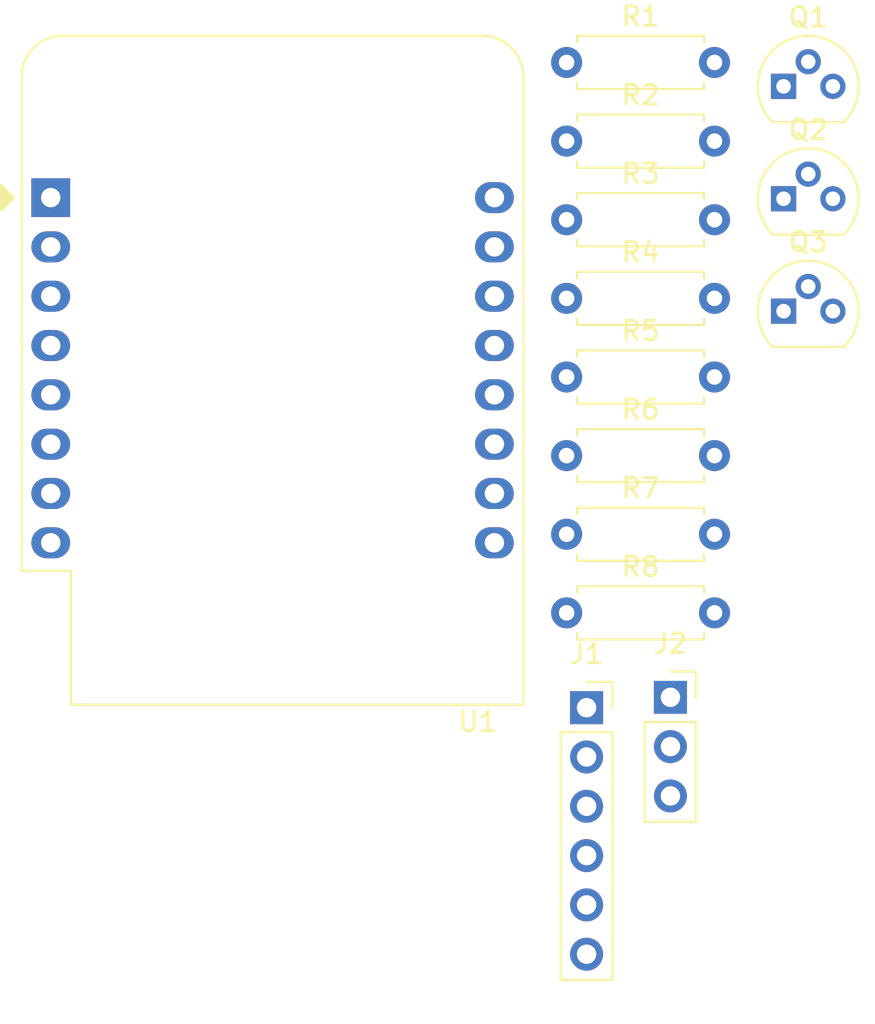
<source format=kicad_pcb>
(kicad_pcb (version 20221018) (generator pcbnew)
  (layers (0 "F.Cu" signal) (31 "B.Cu" signal) (34 "B.Paste" user) (35 "F.Paste" user) (36 "B.SilkS" user "B.Silkscreen") (37 "F.SilkS" user "F.Silkscreen") (38 "B.Mask" user) (39 "F.Mask" user) (44 "Edge.Cuts" user))
  (net 0 "")
  (net 1 "GND")
  (net 2 "VCC")
  (net 3 "MISO")
  (net 4 "MOSI")
  (net 5 "SCK")
  (net 6 "{slash}CS")
  (net 7 "Z80_RST")
  (net 8 "Z80_USR")
  (net 9 "Net-(Q1-E)")
  (net 10 "Net-(Q1-B)")
  (net 11 "Net-(Q2-B)")
  (net 12 "Net-(Q3-B)")
  (net 13 "/SS_EN")
  (net 14 "Net-(U1-MOSI{slash}D7)")
  (net 15 "Net-(U1-D3)")
  (net 16 "Net-(U1-D4)")
  (net 17 "Net-(U1-SCK{slash}D5)")
  (footprint "Connector_PinSocket_2.54mm:PinSocket_1x03_P2.54mm_Vertical" (layer "F.Cu") (at 72.926 60.96)
    (fp_text reference "J2" (at 0 -2.77) (layer "F.SilkS"))
    (fp_text value "Z80_MOD")
    (fp_line (start -1.33 1.27) (end -1.33 6.41) (stroke (width 0.12)) (layer "F.SilkS"))
    (fp_line (start -1.33 1.27) (end 1.33 1.27) (stroke (width 0.12)) (layer "F.SilkS"))
    (fp_line (start -1.33 6.41) (end 1.33 6.41) (stroke (width 0.12)) (layer "F.SilkS"))
    (fp_line (start 0 -1.33) (end 1.33 -1.33) (stroke (width 0.12)) (layer "F.SilkS"))
    (fp_line (start 1.33 -1.33) (end 1.33 0) (stroke (width 0.12)) (layer "F.SilkS"))
    (fp_line (start 1.33 1.27) (end 1.33 6.41) (stroke (width 0.12)) (layer "F.SilkS"))
    (pad "1" thru_hole rect (at 0 0) (size 1.7 1.7) (drill 1) (layers "*.Cu" "*.Mask") (net 7 "Z80_RST"))
    (pad "2" thru_hole oval (at 0 2.54) (size 1.7 1.7) (drill 1) (layers "*.Cu" "*.Mask") (net 1 "GND"))
    (pad "3" thru_hole oval (at 0 5.08) (size 1.7 1.7) (drill 1) (layers "*.Cu" "*.Mask") (net 8 "Z80_USR"))
  )
  (footprint "Package_TO_SOT_THT:TO-92" (layer "F.Cu") (at 78.756 29.49)
    (fp_text reference "Q1" (at 1.27 -3.56) (layer "F.SilkS"))
    (fp_text value "2N2907A")
    (fp_line (start -0.53 1.85) (end 3.07 1.85) (stroke (width 0.12)) (layer "F.SilkS"))
    (fp_arc (start -0.568478 1.838478) (mid -1.132087 -0.994977) (end 1.27 -2.6) (stroke (width 0.12)) (layer "F.SilkS"))
    (fp_arc (start 1.27 -2.6) (mid 3.672087 -0.994977) (end 3.108478 1.838478) (stroke (width 0.12)) (layer "F.SilkS"))
    (pad "1" thru_hole rect (at 0 0) (size 1.3 1.3) (drill 0.75) (layers "*.Cu" "*.Mask") (net 9 "Net-(Q1-E)"))
    (pad "2" thru_hole circle (at 1.27 -1.27) (size 1.3 1.3) (drill 0.75) (layers "*.Cu" "*.Mask") (net 10 "Net-(Q1-B)"))
    (pad "3" thru_hole circle (at 2.54 0) (size 1.3 1.3) (drill 0.75) (layers "*.Cu" "*.Mask") (net 1 "GND"))
  )
  (footprint "Package_TO_SOT_THT:TO-92" (layer "F.Cu") (at 78.756 35.28)
    (fp_text reference "Q2" (at 1.27 -3.56) (layer "F.SilkS"))
    (fp_text value "2N2222A")
    (fp_line (start -0.53 1.85) (end 3.07 1.85) (stroke (width 0.12)) (layer "F.SilkS"))
    (fp_arc (start -0.568478 1.838478) (mid -1.132087 -0.994977) (end 1.27 -2.6) (stroke (width 0.12)) (layer "F.SilkS"))
    (fp_arc (start 1.27 -2.6) (mid 3.672087 -0.994977) (end 3.108478 1.838478) (stroke (width 0.12)) (layer "F.SilkS"))
    (pad "1" thru_hole rect (at 0 0) (size 1.3 1.3) (drill 0.75) (layers "*.Cu" "*.Mask") (net 1 "GND"))
    (pad "2" thru_hole circle (at 1.27 -1.27) (size 1.3 1.3) (drill 0.75) (layers "*.Cu" "*.Mask") (net 11 "Net-(Q2-B)"))
    (pad "3" thru_hole circle (at 2.54 0) (size 1.3 1.3) (drill 0.75) (layers "*.Cu" "*.Mask") (net 7 "Z80_RST"))
  )
  (footprint "Module:WEMOS_D1_mini_light" (layer "F.Cu") (at 40.996 35.22)
    (fp_text reference "U1" (at 22 27) (layer "F.SilkS"))
    (fp_text value "WeMos_D1_mini")
    (fp_line (start -1.5 19.22) (end -1.5 -6.21) (stroke (width 0.12)) (layer "F.SilkS"))
    (fp_line (start -1.5 19.22) (end 1.04 19.22) (stroke (width 0.12)) (layer "F.SilkS"))
    (fp_line (start 1.04 19.22) (end 1.04 26.12) (stroke (width 0.12)) (layer "F.SilkS"))
    (fp_line (start 1.04 26.12) (end 24.36 26.12) (stroke (width 0.12)) (layer "F.SilkS"))
    (fp_line (start 22.24 -8.34) (end 0.63 -8.34) (stroke (width 0.12)) (layer "F.SilkS"))
    (fp_line (start 24.36 26.12) (end 24.36 -6.21) (stroke (width 0.12)) (layer "F.SilkS"))
    (fp_arc (start -1.5 -6.21) (mid -0.876137 -7.716137) (end 0.63 -8.34) (stroke (width 0.12)) (layer "F.SilkS"))
    (fp_arc (start 22.23 -8.34) (mid 23.736137 -7.716137) (end 24.36 -6.21) (stroke (width 0.12)) (layer "F.SilkS"))
    (fp_poly (pts (xy -2.54 -0.635) (xy -2.54 0.635) (xy -1.905 0)) (stroke (width 0.15)) (fill solid) (layer "F.SilkS"))
    (pad "1" thru_hole rect (at 0 0) (size 2 2) (drill 1) (layers "*.Cu" "*.Mask"))
    (pad "2" thru_hole oval (at 0 2.54) (size 2 1.6) (drill 1) (layers "*.Cu" "*.Mask"))
    (pad "3" thru_hole oval (at 0 5.08) (size 2 1.6) (drill 1) (layers "*.Cu" "*.Mask"))
    (pad "4" thru_hole oval (at 0 7.62) (size 2 1.6) (drill 1) (layers "*.Cu" "*.Mask") (net 17 "Net-(U1-SCK{slash}D5)"))
    (pad "5" thru_hole oval (at 0 10.16) (size 2 1.6) (drill 1) (layers "*.Cu" "*.Mask") (net 3 "MISO"))
    (pad "6" thru_hole oval (at 0 12.7) (size 2 1.6) (drill 1) (layers "*.Cu" "*.Mask") (net 14 "Net-(U1-MOSI{slash}D7)"))
    (pad "7" thru_hole oval (at 0 15.24) (size 2 1.6) (drill 1) (layers "*.Cu" "*.Mask"))
    (pad "8" thru_hole oval (at 0 17.78) (size 2 1.6) (drill 1) (layers "*.Cu" "*.Mask"))
    (pad "9" thru_hole oval (at 22.86 17.78) (size 2 1.6) (drill 1) (layers "*.Cu" "*.Mask") (net 2 "VCC"))
    (pad "10" thru_hole oval (at 22.86 15.24) (size 2 1.6) (drill 1) (layers "*.Cu" "*.Mask") (net 1 "GND"))
    (pad "11" thru_hole oval (at 22.86 12.7) (size 2 1.6) (drill 1) (layers "*.Cu" "*.Mask") (net 16 "Net-(U1-D4)"))
    (pad "12" thru_hole oval (at 22.86 10.16) (size 2 1.6) (drill 1) (layers "*.Cu" "*.Mask") (net 15 "Net-(U1-D3)"))
    (pad "13" thru_hole oval (at 22.86 7.62) (size 2 1.6) (drill 1) (layers "*.Cu" "*.Mask"))
    (pad "14" thru_hole oval (at 22.86 5.08) (size 2 1.6) (drill 1) (layers "*.Cu" "*.Mask") (net 13 "/SS_EN"))
    (pad "15" thru_hole oval (at 22.86 2.54) (size 2 1.6) (drill 1) (layers "*.Cu" "*.Mask"))
    (pad "16" thru_hole oval (at 22.86 0) (size 2 1.6) (drill 1) (layers "*.Cu" "*.Mask"))
  )
  (footprint "Resistor_THT:R_Axial_DIN0207_L6.3mm_D2.5mm_P7.62mm_Horizontal" (layer "F.Cu") (at 67.576 36.36)
    (fp_text reference "R3" (at 3.81 -2.37) (layer "F.SilkS"))
    (fp_text value "2k2")
    (fp_line (start 0.54 -1.37) (end 7.08 -1.37) (stroke (width 0.12)) (layer "F.SilkS"))
    (fp_line (start 0.54 -1.04) (end 0.54 -1.37) (stroke (width 0.12)) (layer "F.SilkS"))
    (fp_line (start 0.54 1.04) (end 0.54 1.37) (stroke (width 0.12)) (layer "F.SilkS"))
    (fp_line (start 0.54 1.37) (end 7.08 1.37) (stroke (width 0.12)) (layer "F.SilkS"))
    (fp_line (start 7.08 -1.37) (end 7.08 -1.04) (stroke (width 0.12)) (layer "F.SilkS"))
    (fp_line (start 7.08 1.37) (end 7.08 1.04) (stroke (width 0.12)) (layer "F.SilkS"))
    (pad "1" thru_hole circle (at 0 0) (size 1.6 1.6) (drill 0.8) (layers "*.Cu" "*.Mask") (net 4 "MOSI"))
    (pad "2" thru_hole oval (at 7.62 0) (size 1.6 1.6) (drill 0.8) (layers "*.Cu" "*.Mask") (net 14 "Net-(U1-MOSI{slash}D7)"))
  )
  (footprint "Resistor_THT:R_Axial_DIN0207_L6.3mm_D2.5mm_P7.62mm_Horizontal" (layer "F.Cu") (at 67.576 32.31)
    (fp_text reference "R2" (at 3.81 -2.37) (layer "F.SilkS"))
    (fp_text value "10k")
    (fp_line (start 0.54 -1.37) (end 7.08 -1.37) (stroke (width 0.12)) (layer "F.SilkS"))
    (fp_line (start 0.54 -1.04) (end 0.54 -1.37) (stroke (width 0.12)) (layer "F.SilkS"))
    (fp_line (start 0.54 1.04) (end 0.54 1.37) (stroke (width 0.12)) (layer "F.SilkS"))
    (fp_line (start 0.54 1.37) (end 7.08 1.37) (stroke (width 0.12)) (layer "F.SilkS"))
    (fp_line (start 7.08 -1.37) (end 7.08 -1.04) (stroke (width 0.12)) (layer "F.SilkS"))
    (fp_line (start 7.08 1.37) (end 7.08 1.04) (stroke (width 0.12)) (layer "F.SilkS"))
    (pad "1" thru_hole circle (at 0 0) (size 1.6 1.6) (drill 0.8) (layers "*.Cu" "*.Mask") (net 10 "Net-(Q1-B)"))
    (pad "2" thru_hole oval (at 7.62 0) (size 1.6 1.6) (drill 0.8) (layers "*.Cu" "*.Mask") (net 6 "{slash}CS"))
  )
  (footprint "Package_TO_SOT_THT:TO-92" (layer "F.Cu") (at 78.756 41.07)
    (fp_text reference "Q3" (at 1.27 -3.56) (layer "F.SilkS"))
    (fp_text value "2N2222A")
    (fp_line (start -0.53 1.85) (end 3.07 1.85) (stroke (width 0.12)) (layer "F.SilkS"))
    (fp_arc (start -0.568478 1.838478) (mid -1.132087 -0.994977) (end 1.27 -2.6) (stroke (width 0.12)) (layer "F.SilkS"))
    (fp_arc (start 1.27 -2.6) (mid 3.672087 -0.994977) (end 3.108478 1.838478) (stroke (width 0.12)) (layer "F.SilkS"))
    (pad "1" thru_hole rect (at 0 0) (size 1.3 1.3) (drill 0.75) (layers "*.Cu" "*.Mask") (net 1 "GND"))
    (pad "2" thru_hole circle (at 1.27 -1.27) (size 1.3 1.3) (drill 0.75) (layers "*.Cu" "*.Mask") (net 12 "Net-(Q3-B)"))
    (pad "3" thru_hole circle (at 2.54 0) (size 1.3 1.3) (drill 0.75) (layers "*.Cu" "*.Mask") (net 8 "Z80_USR"))
  )
  (footprint "Resistor_THT:R_Axial_DIN0207_L6.3mm_D2.5mm_P7.62mm_Horizontal" (layer "F.Cu") (at 67.576 28.26)
    (fp_text reference "R1" (at 3.81 -2.37) (layer "F.SilkS"))
    (fp_text value "1k")
    (fp_line (start 0.54 -1.37) (end 7.08 -1.37) (stroke (width 0.12)) (layer "F.SilkS"))
    (fp_line (start 0.54 -1.04) (end 0.54 -1.37) (stroke (width 0.12)) (layer "F.SilkS"))
    (fp_line (start 0.54 1.04) (end 0.54 1.37) (stroke (width 0.12)) (layer "F.SilkS"))
    (fp_line (start 0.54 1.37) (end 7.08 1.37) (stroke (width 0.12)) (layer "F.SilkS"))
    (fp_line (start 7.08 -1.37) (end 7.08 -1.04) (stroke (width 0.12)) (layer "F.SilkS"))
    (fp_line (start 7.08 1.37) (end 7.08 1.04) (stroke (width 0.12)) (layer "F.SilkS"))
    (pad "1" thru_hole circle (at 0 0) (size 1.6 1.6) (drill 0.8) (layers "*.Cu" "*.Mask") (net 13 "/SS_EN"))
    (pad "2" thru_hole oval (at 7.62 0) (size 1.6 1.6) (drill 0.8) (layers "*.Cu" "*.Mask") (net 9 "Net-(Q1-E)"))
  )
  (footprint "Resistor_THT:R_Axial_DIN0207_L6.3mm_D2.5mm_P7.62mm_Horizontal" (layer "F.Cu") (at 67.576 44.46)
    (fp_text reference "R5" (at 3.81 -2.37) (layer "F.SilkS"))
    (fp_text value "10k")
    (fp_line (start 0.54 -1.37) (end 7.08 -1.37) (stroke (width 0.12)) (layer "F.SilkS"))
    (fp_line (start 0.54 -1.04) (end 0.54 -1.37) (stroke (width 0.12)) (layer "F.SilkS"))
    (fp_line (start 0.54 1.04) (end 0.54 1.37) (stroke (width 0.12)) (layer "F.SilkS"))
    (fp_line (start 0.54 1.37) (end 7.08 1.37) (stroke (width 0.12)) (layer "F.SilkS"))
    (fp_line (start 7.08 -1.37) (end 7.08 -1.04) (stroke (width 0.12)) (layer "F.SilkS"))
    (fp_line (start 7.08 1.37) (end 7.08 1.04) (stroke (width 0.12)) (layer "F.SilkS"))
    (pad "1" thru_hole circle (at 0 0) (size 1.6 1.6) (drill 0.8) (layers "*.Cu" "*.Mask") (net 15 "Net-(U1-D3)"))
    (pad "2" thru_hole oval (at 7.62 0) (size 1.6 1.6) (drill 0.8) (layers "*.Cu" "*.Mask") (net 11 "Net-(Q2-B)"))
  )
  (footprint "Resistor_THT:R_Axial_DIN0207_L6.3mm_D2.5mm_P7.62mm_Horizontal" (layer "F.Cu") (at 67.576 56.61)
    (fp_text reference "R8" (at 3.81 -2.37) (layer "F.SilkS"))
    (fp_text value "3k3")
    (fp_line (start 0.54 -1.37) (end 7.08 -1.37) (stroke (width 0.12)) (layer "F.SilkS"))
    (fp_line (start 0.54 -1.04) (end 0.54 -1.37) (stroke (width 0.12)) (layer "F.SilkS"))
    (fp_line (start 0.54 1.04) (end 0.54 1.37) (stroke (width 0.12)) (layer "F.SilkS"))
    (fp_line (start 0.54 1.37) (end 7.08 1.37) (stroke (width 0.12)) (layer "F.SilkS"))
    (fp_line (start 7.08 -1.37) (end 7.08 -1.04) (stroke (width 0.12)) (layer "F.SilkS"))
    (fp_line (start 7.08 1.37) (end 7.08 1.04) (stroke (width 0.12)) (layer "F.SilkS"))
    (pad "1" thru_hole circle (at 0 0) (size 1.6 1.6) (drill 0.8) (layers "*.Cu" "*.Mask") (net 1 "GND"))
    (pad "2" thru_hole oval (at 7.62 0) (size 1.6 1.6) (drill 0.8) (layers "*.Cu" "*.Mask") (net 17 "Net-(U1-SCK{slash}D5)"))
  )
  (footprint "Resistor_THT:R_Axial_DIN0207_L6.3mm_D2.5mm_P7.62mm_Horizontal" (layer "F.Cu") (at 67.576 52.56)
    (fp_text reference "R7" (at 3.81 -2.37) (layer "F.SilkS"))
    (fp_text value "2k2")
    (fp_line (start 0.54 -1.37) (end 7.08 -1.37) (stroke (width 0.12)) (layer "F.SilkS"))
    (fp_line (start 0.54 -1.04) (end 0.54 -1.37) (stroke (width 0.12)) (layer "F.SilkS"))
    (fp_line (start 0.54 1.04) (end 0.54 1.37) (stroke (width 0.12)) (layer "F.SilkS"))
    (fp_line (start 0.54 1.37) (end 7.08 1.37) (stroke (width 0.12)) (layer "F.SilkS"))
    (fp_line (start 7.08 -1.37) (end 7.08 -1.04) (stroke (width 0.12)) (layer "F.SilkS"))
    (fp_line (start 7.08 1.37) (end 7.08 1.04) (stroke (width 0.12)) (layer "F.SilkS"))
    (pad "1" thru_hole circle (at 0 0) (size 1.6 1.6) (drill 0.8) (layers "*.Cu" "*.Mask") (net 17 "Net-(U1-SCK{slash}D5)"))
    (pad "2" thru_hole oval (at 7.62 0) (size 1.6 1.6) (drill 0.8) (layers "*.Cu" "*.Mask") (net 5 "SCK"))
  )
  (footprint "Connector_PinSocket_2.54mm:PinSocket_1x06_P2.54mm_Vertical" (layer "F.Cu") (at 68.605 61.493)
    (fp_text reference "J1" (at 0 -2.77) (layer "F.SilkS"))
    (fp_text value "SD_MOD")
    (fp_line (start -1.33 1.27) (end -1.33 14.03) (stroke (width 0.12)) (layer "F.SilkS"))
    (fp_line (start -1.33 1.27) (end 1.33 1.27) (stroke (width 0.12)) (layer "F.SilkS"))
    (fp_line (start -1.33 14.03) (end 1.33 14.03) (stroke (width 0.12)) (layer "F.SilkS"))
    (fp_line (start 0 -1.33) (end 1.33 -1.33) (stroke (width 0.12)) (layer "F.SilkS"))
    (fp_line (start 1.33 -1.33) (end 1.33 0) (stroke (width 0.12)) (layer "F.SilkS"))
    (fp_line (start 1.33 1.27) (end 1.33 14.03) (stroke (width 0.12)) (layer "F.SilkS"))
    (pad "1" thru_hole rect (at 0 0) (size 1.7 1.7) (drill 1) (layers "*.Cu" "*.Mask") (net 1 "GND"))
    (pad "2" thru_hole oval (at 0 2.54) (size 1.7 1.7) (drill 1) (layers "*.Cu" "*.Mask") (net 2 "VCC"))
    (pad "3" thru_hole oval (at 0 5.08) (size 1.7 1.7) (drill 1) (layers "*.Cu" "*.Mask") (net 3 "MISO"))
    (pad "4" thru_hole oval (at 0 7.62) (size 1.7 1.7) (drill 1) (layers "*.Cu" "*.Mask") (net 4 "MOSI"))
    (pad "5" thru_hole oval (at 0 10.16) (size 1.7 1.7) (drill 1) (layers "*.Cu" "*.Mask") (net 5 "SCK"))
    (pad "6" thru_hole oval (at 0 12.7) (size 1.7 1.7) (drill 1) (layers "*.Cu" "*.Mask") (net 6 "{slash}CS"))
  )
  (footprint "Resistor_THT:R_Axial_DIN0207_L6.3mm_D2.5mm_P7.62mm_Horizontal" (layer "F.Cu") (at 67.576 48.51)
    (fp_text reference "R6" (at 3.81 -2.37) (layer "F.SilkS"))
    (fp_text value "10k")
    (fp_line (start 0.54 -1.37) (end 7.08 -1.37) (stroke (width 0.12)) (layer "F.SilkS"))
    (fp_line (start 0.54 -1.04) (end 0.54 -1.37) (stroke (width 0.12)) (layer "F.SilkS"))
    (fp_line (start 0.54 1.04) (end 0.54 1.37) (stroke (width 0.12)) (layer "F.SilkS"))
    (fp_line (start 0.54 1.37) (end 7.08 1.37) (stroke (width 0.12)) (layer "F.SilkS"))
    (fp_line (start 7.08 -1.37) (end 7.08 -1.04) (stroke (width 0.12)) (layer "F.SilkS"))
    (fp_line (start 7.08 1.37) (end 7.08 1.04) (stroke (width 0.12)) (layer "F.SilkS"))
    (pad "1" thru_hole circle (at 0 0) (size 1.6 1.6) (drill 0.8) (layers "*.Cu" "*.Mask") (net 16 "Net-(U1-D4)"))
    (pad "2" thru_hole oval (at 7.62 0) (size 1.6 1.6) (drill 0.8) (layers "*.Cu" "*.Mask") (net 12 "Net-(Q3-B)"))
  )
  (footprint "Resistor_THT:R_Axial_DIN0207_L6.3mm_D2.5mm_P7.62mm_Horizontal" (layer "F.Cu") (at 67.576 40.41)
    (fp_text reference "R4" (at 3.81 -2.37) (layer "F.SilkS"))
    (fp_text value "3k3")
    (fp_line (start 0.54 -1.37) (end 7.08 -1.37) (stroke (width 0.12)) (layer "F.SilkS"))
    (fp_line (start 0.54 -1.04) (end 0.54 -1.37) (stroke (width 0.12)) (layer "F.SilkS"))
    (fp_line (start 0.54 1.04) (end 0.54 1.37) (stroke (width 0.12)) (layer "F.SilkS"))
    (fp_line (start 0.54 1.37) (end 7.08 1.37) (stroke (width 0.12)) (layer "F.SilkS"))
    (fp_line (start 7.08 -1.37) (end 7.08 -1.04) (stroke (width 0.12)) (layer "F.SilkS"))
    (fp_line (start 7.08 1.37) (end 7.08 1.04) (stroke (width 0.12)) (layer "F.SilkS"))
    (pad "1" thru_hole circle (at 0 0) (size 1.6 1.6) (drill 0.8) (layers "*.Cu" "*.Mask") (net 1 "GND"))
    (pad "2" thru_hole oval (at 7.62 0) (size 1.6 1.6) (drill 0.8) (layers "*.Cu" "*.Mask") (net 14 "Net-(U1-MOSI{slash}D7)"))
  )
)
</source>
